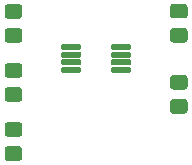
<source format=gbr>
%TF.GenerationSoftware,KiCad,Pcbnew,(5.1.6)-1*%
%TF.CreationDate,2020-09-22T06:28:04-04:00*%
%TF.ProjectId,Tutorial,5475746f-7269-4616-9c2e-6b696361645f,rev?*%
%TF.SameCoordinates,Original*%
%TF.FileFunction,Soldermask,Top*%
%TF.FilePolarity,Negative*%
%FSLAX46Y46*%
G04 Gerber Fmt 4.6, Leading zero omitted, Abs format (unit mm)*
G04 Created by KiCad (PCBNEW (5.1.6)-1) date 2020-09-22 06:28:04*
%MOMM*%
%LPD*%
G01*
G04 APERTURE LIST*
G04 APERTURE END LIST*
%TO.C,U1*%
G36*
G01*
X162250000Y-86150000D02*
X162250000Y-85900000D01*
G75*
G02*
X162375000Y-85775000I125000J0D01*
G01*
X163850000Y-85775000D01*
G75*
G02*
X163975000Y-85900000I0J-125000D01*
G01*
X163975000Y-86150000D01*
G75*
G02*
X163850000Y-86275000I-125000J0D01*
G01*
X162375000Y-86275000D01*
G75*
G02*
X162250000Y-86150000I0J125000D01*
G01*
G37*
G36*
G01*
X162250000Y-86800000D02*
X162250000Y-86550000D01*
G75*
G02*
X162375000Y-86425000I125000J0D01*
G01*
X163850000Y-86425000D01*
G75*
G02*
X163975000Y-86550000I0J-125000D01*
G01*
X163975000Y-86800000D01*
G75*
G02*
X163850000Y-86925000I-125000J0D01*
G01*
X162375000Y-86925000D01*
G75*
G02*
X162250000Y-86800000I0J125000D01*
G01*
G37*
G36*
G01*
X162250000Y-87450000D02*
X162250000Y-87200000D01*
G75*
G02*
X162375000Y-87075000I125000J0D01*
G01*
X163850000Y-87075000D01*
G75*
G02*
X163975000Y-87200000I0J-125000D01*
G01*
X163975000Y-87450000D01*
G75*
G02*
X163850000Y-87575000I-125000J0D01*
G01*
X162375000Y-87575000D01*
G75*
G02*
X162250000Y-87450000I0J125000D01*
G01*
G37*
G36*
G01*
X162250000Y-88100000D02*
X162250000Y-87850000D01*
G75*
G02*
X162375000Y-87725000I125000J0D01*
G01*
X163850000Y-87725000D01*
G75*
G02*
X163975000Y-87850000I0J-125000D01*
G01*
X163975000Y-88100000D01*
G75*
G02*
X163850000Y-88225000I-125000J0D01*
G01*
X162375000Y-88225000D01*
G75*
G02*
X162250000Y-88100000I0J125000D01*
G01*
G37*
G36*
G01*
X158025000Y-88100000D02*
X158025000Y-87850000D01*
G75*
G02*
X158150000Y-87725000I125000J0D01*
G01*
X159625000Y-87725000D01*
G75*
G02*
X159750000Y-87850000I0J-125000D01*
G01*
X159750000Y-88100000D01*
G75*
G02*
X159625000Y-88225000I-125000J0D01*
G01*
X158150000Y-88225000D01*
G75*
G02*
X158025000Y-88100000I0J125000D01*
G01*
G37*
G36*
G01*
X158025000Y-87450000D02*
X158025000Y-87200000D01*
G75*
G02*
X158150000Y-87075000I125000J0D01*
G01*
X159625000Y-87075000D01*
G75*
G02*
X159750000Y-87200000I0J-125000D01*
G01*
X159750000Y-87450000D01*
G75*
G02*
X159625000Y-87575000I-125000J0D01*
G01*
X158150000Y-87575000D01*
G75*
G02*
X158025000Y-87450000I0J125000D01*
G01*
G37*
G36*
G01*
X158025000Y-86800000D02*
X158025000Y-86550000D01*
G75*
G02*
X158150000Y-86425000I125000J0D01*
G01*
X159625000Y-86425000D01*
G75*
G02*
X159750000Y-86550000I0J-125000D01*
G01*
X159750000Y-86800000D01*
G75*
G02*
X159625000Y-86925000I-125000J0D01*
G01*
X158150000Y-86925000D01*
G75*
G02*
X158025000Y-86800000I0J125000D01*
G01*
G37*
G36*
G01*
X158025000Y-86150000D02*
X158025000Y-85900000D01*
G75*
G02*
X158150000Y-85775000I125000J0D01*
G01*
X159625000Y-85775000D01*
G75*
G02*
X159750000Y-85900000I0J-125000D01*
G01*
X159750000Y-86150000D01*
G75*
G02*
X159625000Y-86275000I-125000J0D01*
G01*
X158150000Y-86275000D01*
G75*
G02*
X158025000Y-86150000I0J125000D01*
G01*
G37*
%TD*%
%TO.C,R3*%
G36*
G01*
X153521738Y-89425000D02*
X154478262Y-89425000D01*
G75*
G02*
X154750000Y-89696738I0J-271738D01*
G01*
X154750000Y-90403262D01*
G75*
G02*
X154478262Y-90675000I-271738J0D01*
G01*
X153521738Y-90675000D01*
G75*
G02*
X153250000Y-90403262I0J271738D01*
G01*
X153250000Y-89696738D01*
G75*
G02*
X153521738Y-89425000I271738J0D01*
G01*
G37*
G36*
G01*
X153521738Y-87375000D02*
X154478262Y-87375000D01*
G75*
G02*
X154750000Y-87646738I0J-271738D01*
G01*
X154750000Y-88353262D01*
G75*
G02*
X154478262Y-88625000I-271738J0D01*
G01*
X153521738Y-88625000D01*
G75*
G02*
X153250000Y-88353262I0J271738D01*
G01*
X153250000Y-87646738D01*
G75*
G02*
X153521738Y-87375000I271738J0D01*
G01*
G37*
%TD*%
%TO.C,R2*%
G36*
G01*
X167521738Y-90425000D02*
X168478262Y-90425000D01*
G75*
G02*
X168750000Y-90696738I0J-271738D01*
G01*
X168750000Y-91403262D01*
G75*
G02*
X168478262Y-91675000I-271738J0D01*
G01*
X167521738Y-91675000D01*
G75*
G02*
X167250000Y-91403262I0J271738D01*
G01*
X167250000Y-90696738D01*
G75*
G02*
X167521738Y-90425000I271738J0D01*
G01*
G37*
G36*
G01*
X167521738Y-88375000D02*
X168478262Y-88375000D01*
G75*
G02*
X168750000Y-88646738I0J-271738D01*
G01*
X168750000Y-89353262D01*
G75*
G02*
X168478262Y-89625000I-271738J0D01*
G01*
X167521738Y-89625000D01*
G75*
G02*
X167250000Y-89353262I0J271738D01*
G01*
X167250000Y-88646738D01*
G75*
G02*
X167521738Y-88375000I271738J0D01*
G01*
G37*
%TD*%
%TO.C,R1*%
G36*
G01*
X167521738Y-84400000D02*
X168478262Y-84400000D01*
G75*
G02*
X168750000Y-84671738I0J-271738D01*
G01*
X168750000Y-85378262D01*
G75*
G02*
X168478262Y-85650000I-271738J0D01*
G01*
X167521738Y-85650000D01*
G75*
G02*
X167250000Y-85378262I0J271738D01*
G01*
X167250000Y-84671738D01*
G75*
G02*
X167521738Y-84400000I271738J0D01*
G01*
G37*
G36*
G01*
X167521738Y-82350000D02*
X168478262Y-82350000D01*
G75*
G02*
X168750000Y-82621738I0J-271738D01*
G01*
X168750000Y-83328262D01*
G75*
G02*
X168478262Y-83600000I-271738J0D01*
G01*
X167521738Y-83600000D01*
G75*
G02*
X167250000Y-83328262I0J271738D01*
G01*
X167250000Y-82621738D01*
G75*
G02*
X167521738Y-82350000I271738J0D01*
G01*
G37*
%TD*%
%TO.C,D1*%
G36*
G01*
X154478262Y-93625000D02*
X153521738Y-93625000D01*
G75*
G02*
X153250000Y-93353262I0J271738D01*
G01*
X153250000Y-92646738D01*
G75*
G02*
X153521738Y-92375000I271738J0D01*
G01*
X154478262Y-92375000D01*
G75*
G02*
X154750000Y-92646738I0J-271738D01*
G01*
X154750000Y-93353262D01*
G75*
G02*
X154478262Y-93625000I-271738J0D01*
G01*
G37*
G36*
G01*
X154478262Y-95675000D02*
X153521738Y-95675000D01*
G75*
G02*
X153250000Y-95403262I0J271738D01*
G01*
X153250000Y-94696738D01*
G75*
G02*
X153521738Y-94425000I271738J0D01*
G01*
X154478262Y-94425000D01*
G75*
G02*
X154750000Y-94696738I0J-271738D01*
G01*
X154750000Y-95403262D01*
G75*
G02*
X154478262Y-95675000I-271738J0D01*
G01*
G37*
%TD*%
%TO.C,C1*%
G36*
G01*
X154478262Y-83625000D02*
X153521738Y-83625000D01*
G75*
G02*
X153250000Y-83353262I0J271738D01*
G01*
X153250000Y-82646738D01*
G75*
G02*
X153521738Y-82375000I271738J0D01*
G01*
X154478262Y-82375000D01*
G75*
G02*
X154750000Y-82646738I0J-271738D01*
G01*
X154750000Y-83353262D01*
G75*
G02*
X154478262Y-83625000I-271738J0D01*
G01*
G37*
G36*
G01*
X154478262Y-85675000D02*
X153521738Y-85675000D01*
G75*
G02*
X153250000Y-85403262I0J271738D01*
G01*
X153250000Y-84696738D01*
G75*
G02*
X153521738Y-84425000I271738J0D01*
G01*
X154478262Y-84425000D01*
G75*
G02*
X154750000Y-84696738I0J-271738D01*
G01*
X154750000Y-85403262D01*
G75*
G02*
X154478262Y-85675000I-271738J0D01*
G01*
G37*
%TD*%
M02*

</source>
